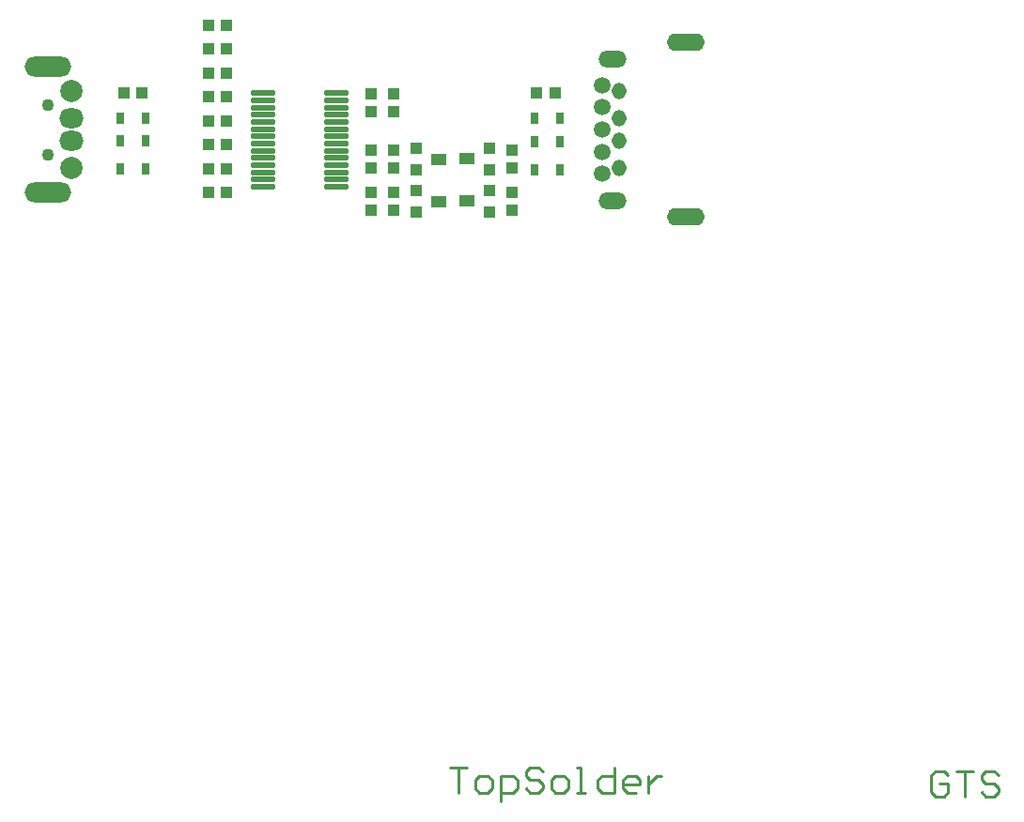
<source format=gts>
%FSLAX44Y44*%
%MOMM*%
G71*
G01*
G75*
%ADD10O,2.0320X0.3302*%
%ADD11R,0.8000X0.8000*%
%ADD12R,0.9144X0.9144*%
%ADD13R,1.2700X0.9144*%
%ADD14R,0.5600X0.8200*%
%ADD15C,0.2540*%
%ADD16C,0.5000*%
%ADD17C,0.3000*%
%ADD18C,0.2286*%
%ADD19C,2.2000*%
%ADD20O,1.1000X1.3000*%
%ADD21C,1.3000*%
%ADD22O,2.3000X1.3000*%
%ADD23O,3.2000X1.4000*%
%ADD24C,0.9000*%
%ADD25C,1.8000*%
%ADD26O,2.0000X1.6000*%
%ADD27O,4.0000X1.6000*%
%ADD28C,0.6000*%
%ADD29C,0.2032*%
%ADD30C,0.1500*%
%ADD31C,0.5000*%
%ADD32C,0.1500*%
%ADD33C,0.1500*%
%ADD34C,0.1000*%
%ADD35C,0.1524*%
%ADD36C,0.1270*%
%ADD37O,2.2352X0.5334*%
%ADD38R,1.0032X1.0032*%
%ADD39R,1.1176X1.1176*%
%ADD40R,1.4732X1.1176*%
%ADD41R,0.7632X1.0232*%
%ADD42O,1.3032X1.5032*%
%ADD43C,1.5032*%
%ADD44O,2.5032X1.5032*%
%ADD45O,3.4032X1.6032*%
%ADD46C,1.1032*%
%ADD47C,2.0032*%
%ADD48O,2.2032X1.8032*%
%ADD49O,4.2032X1.8032*%
D18*
X3024201Y1660123D02*
X3020393Y1663932D01*
X3012775D01*
X3008966Y1660123D01*
Y1644888D01*
X3012775Y1641079D01*
X3020393D01*
X3024201Y1644888D01*
Y1652506D01*
X3016584D01*
X3031819Y1663932D02*
X3047054D01*
X3039437D01*
Y1641079D01*
X3069907Y1660123D02*
X3066098Y1663932D01*
X3058481D01*
X3054672Y1660123D01*
Y1656314D01*
X3058481Y1652506D01*
X3066098D01*
X3069907Y1648697D01*
Y1644888D01*
X3066098Y1641079D01*
X3058481D01*
X3054672Y1644888D01*
X2575388Y1667386D02*
X2590623D01*
X2583006D01*
Y1644534D01*
X2602050D02*
X2609667D01*
X2613476Y1648342D01*
Y1655960D01*
X2609667Y1659769D01*
X2602050D01*
X2598241Y1655960D01*
Y1648342D01*
X2602050Y1644534D01*
X2621094Y1636916D02*
Y1659769D01*
X2632520D01*
X2636329Y1655960D01*
Y1648342D01*
X2632520Y1644534D01*
X2621094D01*
X2659181Y1663578D02*
X2655373Y1667386D01*
X2647755D01*
X2643946Y1663578D01*
Y1659769D01*
X2647755Y1655960D01*
X2655373D01*
X2659181Y1652151D01*
Y1648342D01*
X2655373Y1644534D01*
X2647755D01*
X2643946Y1648342D01*
X2670608Y1644534D02*
X2678225D01*
X2682034Y1648342D01*
Y1655960D01*
X2678225Y1659769D01*
X2670608D01*
X2666799Y1655960D01*
Y1648342D01*
X2670608Y1644534D01*
X2689651D02*
X2697269D01*
X2693460D01*
Y1667386D01*
X2689651D01*
X2723930D02*
Y1644534D01*
X2712504D01*
X2708695Y1648342D01*
Y1655960D01*
X2712504Y1659769D01*
X2723930D01*
X2742974Y1644534D02*
X2735357D01*
X2731548Y1648342D01*
Y1655960D01*
X2735357Y1659769D01*
X2742974D01*
X2746783Y1655960D01*
Y1652151D01*
X2731548D01*
X2754401Y1659769D02*
Y1644534D01*
Y1652151D01*
X2758209Y1655960D01*
X2762018Y1659769D01*
X2765827D01*
D37*
X2472876Y2262796D02*
D03*
Y2223796D02*
D03*
Y2243296D02*
D03*
Y2275796D02*
D03*
Y2256296D02*
D03*
Y2269296D02*
D03*
X2406996Y2191296D02*
D03*
Y2230296D02*
D03*
Y2223796D02*
D03*
X2472876Y2197796D02*
D03*
Y2204296D02*
D03*
X2406996Y2256296D02*
D03*
Y2236796D02*
D03*
Y2217296D02*
D03*
Y2210796D02*
D03*
Y2204296D02*
D03*
Y2197796D02*
D03*
X2472876Y2230296D02*
D03*
Y2236796D02*
D03*
Y2249796D02*
D03*
Y2191296D02*
D03*
Y2217296D02*
D03*
X2406996Y2275796D02*
D03*
Y2269296D02*
D03*
Y2243296D02*
D03*
Y2262796D02*
D03*
Y2249796D02*
D03*
X2472876Y2210796D02*
D03*
D38*
X2524471Y2186451D02*
D03*
Y2169951D02*
D03*
X2631151D02*
D03*
Y2186451D02*
D03*
X2357471Y2293771D02*
D03*
Y2272181D02*
D03*
Y2250591D02*
D03*
Y2336951D02*
D03*
Y2229001D02*
D03*
X2524471Y2258851D02*
D03*
X2357471Y2315361D02*
D03*
X2297771Y2275991D02*
D03*
X2653381D02*
D03*
X2357471Y2207411D02*
D03*
X2281271Y2275991D02*
D03*
X2524471Y2208051D02*
D03*
X2504151Y2224551D02*
D03*
X2357471Y2185821D02*
D03*
X2504151Y2258851D02*
D03*
Y2186451D02*
D03*
Y2208051D02*
D03*
X2373972Y2272181D02*
D03*
Y2250591D02*
D03*
X2504151Y2169951D02*
D03*
X2631151Y2224551D02*
D03*
X2669882Y2275991D02*
D03*
X2373972Y2207411D02*
D03*
Y2229001D02*
D03*
X2631151Y2208051D02*
D03*
X2373972Y2185821D02*
D03*
Y2336951D02*
D03*
X2524471Y2275351D02*
D03*
X2373972Y2315361D02*
D03*
X2524471Y2224551D02*
D03*
X2373972Y2293771D02*
D03*
X2504151Y2275351D02*
D03*
D39*
X2544791Y2187726D02*
D03*
Y2168676D02*
D03*
X2610831D02*
D03*
Y2187726D02*
D03*
X2544791Y2206776D02*
D03*
Y2225826D02*
D03*
X2610831Y2206776D02*
D03*
Y2225826D02*
D03*
D40*
X2565111Y2178074D02*
D03*
X2590511Y2178328D02*
D03*
X2565111Y2216174D02*
D03*
X2590511Y2216428D02*
D03*
D41*
X2301021Y2207411D02*
D03*
Y2232811D02*
D03*
Y2253131D02*
D03*
X2278021Y2207411D02*
D03*
Y2232811D02*
D03*
Y2253131D02*
D03*
X2674402Y2231541D02*
D03*
Y2253131D02*
D03*
X2651401D02*
D03*
Y2231541D02*
D03*
Y2206141D02*
D03*
X2674402D02*
D03*
D42*
X2727695Y2207868D02*
D03*
X2727694Y2232868D02*
D03*
X2727695Y2252868D02*
D03*
Y2277868D02*
D03*
D43*
X2712695Y2282868D02*
D03*
Y2262868D02*
D03*
Y2242868D02*
D03*
Y2222868D02*
D03*
Y2202868D02*
D03*
D44*
X2721649Y2178782D02*
D03*
Y2306798D02*
D03*
D45*
X2787689Y2164304D02*
D03*
Y2321530D02*
D03*
D46*
X2212895Y2265368D02*
D03*
X2212896Y2220368D02*
D03*
D47*
X2233896Y2277868D02*
D03*
Y2207868D02*
D03*
D48*
Y2252868D02*
D03*
Y2232868D02*
D03*
D49*
X2212911Y2185871D02*
D03*
Y2299871D02*
D03*
M02*

</source>
